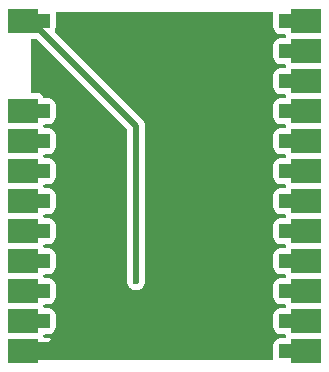
<source format=gbr>
%TF.GenerationSoftware,KiCad,Pcbnew,9.0.1+dfsg-1*%
%TF.CreationDate,2025-05-01T10:59:25+02:00*%
%TF.ProjectId,bluetooth,626c7565-746f-46f7-9468-2e6b69636164,rev?*%
%TF.SameCoordinates,Original*%
%TF.FileFunction,Copper,L2,Bot*%
%TF.FilePolarity,Positive*%
%FSLAX46Y46*%
G04 Gerber Fmt 4.6, Leading zero omitted, Abs format (unit mm)*
G04 Created by KiCad (PCBNEW 9.0.1+dfsg-1) date 2025-05-01 10:59:25*
%MOMM*%
%LPD*%
G01*
G04 APERTURE LIST*
G04 Aperture macros list*
%AMRoundRect*
0 Rectangle with rounded corners*
0 $1 Rounding radius*
0 $2 $3 $4 $5 $6 $7 $8 $9 X,Y pos of 4 corners*
0 Add a 4 corners polygon primitive as box body*
4,1,4,$2,$3,$4,$5,$6,$7,$8,$9,$2,$3,0*
0 Add four circle primitives for the rounded corners*
1,1,$1+$1,$2,$3*
1,1,$1+$1,$4,$5*
1,1,$1+$1,$6,$7*
1,1,$1+$1,$8,$9*
0 Add four rect primitives between the rounded corners*
20,1,$1+$1,$2,$3,$4,$5,0*
20,1,$1+$1,$4,$5,$6,$7,0*
20,1,$1+$1,$6,$7,$8,$9,0*
20,1,$1+$1,$8,$9,$2,$3,0*%
G04 Aperture macros list end*
%TA.AperFunction,CastellatedPad*%
%ADD10R,2.540000X2.000000*%
%TD*%
%TA.AperFunction,ComponentPad*%
%ADD11RoundRect,0.250000X0.375000X0.375000X-0.375000X0.375000X-0.375000X-0.375000X0.375000X-0.375000X0*%
%TD*%
%TA.AperFunction,ViaPad*%
%ADD12C,0.600000*%
%TD*%
%TA.AperFunction,Conductor*%
%ADD13C,1.500000*%
%TD*%
%TA.AperFunction,Conductor*%
%ADD14C,0.500000*%
%TD*%
G04 APERTURE END LIST*
D10*
%TO.P,M1,1,VCC*%
%TO.N,VCC_3V3*%
X96969000Y-57658000D03*
D11*
X98669000Y-57658000D03*
D10*
%TO.P,M1,4*%
%TO.N,DR1*%
X96969000Y-65278000D03*
D11*
X98669000Y-65278000D03*
D10*
%TO.P,M1,5*%
%TO.N,RFS1*%
X96969000Y-67818000D03*
D11*
X98669000Y-67818000D03*
D10*
%TO.P,M1,6*%
%TO.N,SCLK1*%
X96969000Y-70358000D03*
D11*
X98669000Y-70358000D03*
D10*
%TO.P,M1,7*%
%TO.N,DT1*%
X96969000Y-72898000D03*
D11*
X98669000Y-72898000D03*
D10*
%TO.P,M1,8*%
%TO.N,MCLK1*%
X96969000Y-75438000D03*
D11*
X98669000Y-75438000D03*
D10*
%TO.P,M1,9*%
%TO.N,MFB*%
X96969000Y-77978000D03*
D11*
X98669000Y-77978000D03*
D10*
%TO.P,M1,10*%
%TO.N,TEMP1*%
X96969000Y-80518000D03*
D11*
X98669000Y-80518000D03*
D10*
%TO.P,M1,11*%
%TO.N,TEMP2*%
X96969000Y-83058000D03*
D11*
X98669000Y-83058000D03*
D10*
%TO.P,M1,12,GND*%
%TO.N,GND*%
X96969000Y-85598000D03*
D11*
X98669000Y-85598000D03*
%TO.P,M1,13*%
%TO.N,UART_TX_IND*%
X119269000Y-57658000D03*
D10*
X120969000Y-57658000D03*
D11*
%TO.P,M1,14*%
%TO.N,UART_CTS*%
X119269000Y-60198000D03*
D10*
X120969000Y-60198000D03*
D11*
%TO.P,M1,15*%
%TO.N,SDA*%
X119269000Y-62738000D03*
D10*
X120969000Y-62738000D03*
D11*
%TO.P,M1,16*%
%TO.N,SCL*%
X119269000Y-65278000D03*
D10*
X120969000Y-65278000D03*
D11*
%TO.P,M1,17*%
%TO.N,{slash}RESET*%
X119269000Y-67818000D03*
D10*
X120969000Y-67818000D03*
D11*
%TO.P,M1,18*%
%TO.N,GPIO_P2_3*%
X119269000Y-70358000D03*
D10*
X120969000Y-70358000D03*
D11*
%TO.P,M1,19*%
%TO.N,PWM*%
X119269000Y-72898000D03*
D10*
X120969000Y-72898000D03*
D11*
%TO.P,M1,20*%
%TO.N,LED2*%
X119269000Y-75438000D03*
D10*
X120969000Y-75438000D03*
D11*
%TO.P,M1,21*%
%TO.N,LED1*%
X119269000Y-77978000D03*
D10*
X120969000Y-77978000D03*
D11*
%TO.P,M1,22*%
%TO.N,UART_RTS*%
X119269000Y-80518000D03*
D10*
X120969000Y-80518000D03*
D11*
%TO.P,M1,23*%
%TO.N,UART_TXD*%
X119269000Y-83058000D03*
D10*
X120969000Y-83058000D03*
D11*
%TO.P,M1,24*%
%TO.N,UART_RXD*%
X119269000Y-85598000D03*
D10*
X120969000Y-85598000D03*
%TD*%
D12*
%TO.N,GND*%
X103540000Y-61430000D03*
X115100000Y-59580000D03*
X100510000Y-73710000D03*
X107030000Y-81930000D03*
X103540000Y-60500000D03*
X114820000Y-65570000D03*
X111820000Y-76500000D03*
X109710000Y-76540000D03*
X113852000Y-68011000D03*
X101550000Y-81980000D03*
X114530000Y-83060000D03*
X104370000Y-85470000D03*
X103520000Y-57720000D03*
X114980000Y-76520000D03*
X100685000Y-84735000D03*
X103180000Y-81980000D03*
X114750000Y-73550000D03*
X116980000Y-80910000D03*
X103520000Y-72530000D03*
X112660000Y-81780000D03*
X115100000Y-61550000D03*
X105970000Y-57870000D03*
X117602000Y-57531000D03*
X103450000Y-76250000D03*
X115100000Y-60590000D03*
X107650000Y-76530000D03*
X114910000Y-75310000D03*
X115090000Y-58580000D03*
X114840000Y-66390000D03*
X103460000Y-67610000D03*
X112700000Y-76560000D03*
X115100000Y-64590000D03*
X114560000Y-85500000D03*
X110750000Y-76540000D03*
X111070000Y-82920000D03*
X103540000Y-59440000D03*
X113720000Y-76490000D03*
%TO.N,VCC_3V3*%
X106553000Y-79629000D03*
%TD*%
D13*
%TO.N,GND*%
X97699000Y-85568000D02*
X99852000Y-85568000D01*
X97669000Y-85598000D02*
X97699000Y-85568000D01*
X100685000Y-84735000D02*
X100711000Y-84709000D01*
X99852000Y-85568000D02*
X100685000Y-84735000D01*
D14*
%TO.N,VCC_3V3*%
X106553000Y-79629000D02*
X106553000Y-66542000D01*
X106553000Y-66542000D02*
X97669000Y-57658000D01*
%TD*%
%TA.AperFunction,Conductor*%
%TO.N,GND*%
G36*
X118129413Y-56908185D02*
G01*
X118175168Y-56960989D01*
X118185112Y-57030147D01*
X118180081Y-57051496D01*
X118166880Y-57091335D01*
X118154000Y-57130204D01*
X118143500Y-57232983D01*
X118143500Y-58083001D01*
X118143501Y-58083019D01*
X118154000Y-58185796D01*
X118154001Y-58185799D01*
X118209185Y-58352331D01*
X118209186Y-58352334D01*
X118301288Y-58501656D01*
X118425344Y-58625712D01*
X118574666Y-58717814D01*
X118741203Y-58772999D01*
X118843991Y-58783500D01*
X119125533Y-58783499D01*
X119146779Y-58789737D01*
X119168862Y-58791316D01*
X119179644Y-58799387D01*
X119192572Y-58803183D01*
X119207073Y-58819918D01*
X119224797Y-58833185D01*
X119235412Y-58852623D01*
X119238327Y-58855987D01*
X119241713Y-58864161D01*
X119249360Y-58884662D01*
X119254347Y-58954352D01*
X119249361Y-58971335D01*
X119241714Y-58991836D01*
X119199841Y-59047769D01*
X119134376Y-59072184D01*
X119125533Y-59072500D01*
X118843999Y-59072500D01*
X118843980Y-59072501D01*
X118741203Y-59083000D01*
X118741200Y-59083001D01*
X118574668Y-59138185D01*
X118574663Y-59138187D01*
X118425342Y-59230289D01*
X118301289Y-59354342D01*
X118209187Y-59503663D01*
X118209186Y-59503666D01*
X118154001Y-59670203D01*
X118154001Y-59670204D01*
X118154000Y-59670204D01*
X118143500Y-59772983D01*
X118143500Y-60623001D01*
X118143501Y-60623019D01*
X118154000Y-60725796D01*
X118154001Y-60725799D01*
X118209185Y-60892331D01*
X118209186Y-60892334D01*
X118301288Y-61041656D01*
X118425344Y-61165712D01*
X118574666Y-61257814D01*
X118741203Y-61312999D01*
X118843991Y-61323500D01*
X119125533Y-61323499D01*
X119146779Y-61329737D01*
X119168862Y-61331316D01*
X119179644Y-61339387D01*
X119192572Y-61343183D01*
X119207073Y-61359918D01*
X119224797Y-61373185D01*
X119235412Y-61392623D01*
X119238327Y-61395987D01*
X119241713Y-61404161D01*
X119249360Y-61424662D01*
X119254347Y-61494352D01*
X119249361Y-61511335D01*
X119241714Y-61531836D01*
X119199841Y-61587769D01*
X119134376Y-61612184D01*
X119125533Y-61612500D01*
X118843999Y-61612500D01*
X118843980Y-61612501D01*
X118741203Y-61623000D01*
X118741200Y-61623001D01*
X118574668Y-61678185D01*
X118574663Y-61678187D01*
X118425342Y-61770289D01*
X118301289Y-61894342D01*
X118209187Y-62043663D01*
X118209186Y-62043666D01*
X118154001Y-62210203D01*
X118154001Y-62210204D01*
X118154000Y-62210204D01*
X118143500Y-62312983D01*
X118143500Y-63163001D01*
X118143501Y-63163019D01*
X118154000Y-63265796D01*
X118154001Y-63265799D01*
X118209185Y-63432331D01*
X118209186Y-63432334D01*
X118301288Y-63581656D01*
X118425344Y-63705712D01*
X118574666Y-63797814D01*
X118741203Y-63852999D01*
X118843991Y-63863500D01*
X119125533Y-63863499D01*
X119146779Y-63869737D01*
X119168862Y-63871316D01*
X119179644Y-63879387D01*
X119192572Y-63883183D01*
X119207073Y-63899918D01*
X119224797Y-63913185D01*
X119235412Y-63932623D01*
X119238327Y-63935987D01*
X119241713Y-63944161D01*
X119249360Y-63964662D01*
X119254347Y-64034352D01*
X119249361Y-64051335D01*
X119241714Y-64071836D01*
X119199841Y-64127769D01*
X119134376Y-64152184D01*
X119125533Y-64152500D01*
X118843999Y-64152500D01*
X118843980Y-64152501D01*
X118741203Y-64163000D01*
X118741200Y-64163001D01*
X118574668Y-64218185D01*
X118574663Y-64218187D01*
X118425342Y-64310289D01*
X118301289Y-64434342D01*
X118209187Y-64583663D01*
X118209186Y-64583666D01*
X118154001Y-64750203D01*
X118154001Y-64750204D01*
X118154000Y-64750204D01*
X118143500Y-64852983D01*
X118143500Y-65703001D01*
X118143501Y-65703019D01*
X118154000Y-65805796D01*
X118154001Y-65805799D01*
X118204784Y-65959049D01*
X118209186Y-65972334D01*
X118301288Y-66121656D01*
X118425344Y-66245712D01*
X118574666Y-66337814D01*
X118741203Y-66392999D01*
X118843991Y-66403500D01*
X119125533Y-66403499D01*
X119146779Y-66409737D01*
X119168862Y-66411316D01*
X119179644Y-66419387D01*
X119192572Y-66423183D01*
X119207073Y-66439918D01*
X119224797Y-66453185D01*
X119235412Y-66472623D01*
X119238327Y-66475987D01*
X119241713Y-66484161D01*
X119249360Y-66504662D01*
X119254347Y-66574352D01*
X119249361Y-66591335D01*
X119241714Y-66611836D01*
X119199841Y-66667769D01*
X119134376Y-66692184D01*
X119125533Y-66692500D01*
X118843999Y-66692500D01*
X118843980Y-66692501D01*
X118741203Y-66703000D01*
X118741200Y-66703001D01*
X118574668Y-66758185D01*
X118574663Y-66758187D01*
X118425342Y-66850289D01*
X118301289Y-66974342D01*
X118209187Y-67123663D01*
X118209186Y-67123666D01*
X118154001Y-67290203D01*
X118154001Y-67290204D01*
X118154000Y-67290204D01*
X118143500Y-67392983D01*
X118143500Y-68243001D01*
X118143501Y-68243019D01*
X118154000Y-68345796D01*
X118154001Y-68345799D01*
X118209185Y-68512331D01*
X118209186Y-68512334D01*
X118301288Y-68661656D01*
X118425344Y-68785712D01*
X118574666Y-68877814D01*
X118741203Y-68932999D01*
X118843991Y-68943500D01*
X119125533Y-68943499D01*
X119146779Y-68949737D01*
X119168862Y-68951316D01*
X119179644Y-68959387D01*
X119192572Y-68963183D01*
X119207073Y-68979918D01*
X119224797Y-68993185D01*
X119235412Y-69012623D01*
X119238327Y-69015987D01*
X119241713Y-69024161D01*
X119249360Y-69044662D01*
X119254347Y-69114352D01*
X119249361Y-69131335D01*
X119241714Y-69151836D01*
X119199841Y-69207769D01*
X119134376Y-69232184D01*
X119125533Y-69232500D01*
X118843999Y-69232500D01*
X118843980Y-69232501D01*
X118741203Y-69243000D01*
X118741200Y-69243001D01*
X118574668Y-69298185D01*
X118574663Y-69298187D01*
X118425342Y-69390289D01*
X118301289Y-69514342D01*
X118209187Y-69663663D01*
X118209186Y-69663666D01*
X118154001Y-69830203D01*
X118154001Y-69830204D01*
X118154000Y-69830204D01*
X118143500Y-69932983D01*
X118143500Y-70783001D01*
X118143501Y-70783019D01*
X118154000Y-70885796D01*
X118154001Y-70885799D01*
X118209185Y-71052331D01*
X118209186Y-71052334D01*
X118301288Y-71201656D01*
X118425344Y-71325712D01*
X118574666Y-71417814D01*
X118741203Y-71472999D01*
X118843991Y-71483500D01*
X119125533Y-71483499D01*
X119146779Y-71489737D01*
X119168862Y-71491316D01*
X119179644Y-71499387D01*
X119192572Y-71503183D01*
X119207073Y-71519918D01*
X119224797Y-71533185D01*
X119235412Y-71552623D01*
X119238327Y-71555987D01*
X119241713Y-71564161D01*
X119249360Y-71584662D01*
X119254347Y-71654352D01*
X119249361Y-71671335D01*
X119241714Y-71691836D01*
X119199841Y-71747769D01*
X119134376Y-71772184D01*
X119125533Y-71772500D01*
X118843999Y-71772500D01*
X118843980Y-71772501D01*
X118741203Y-71783000D01*
X118741200Y-71783001D01*
X118574668Y-71838185D01*
X118574663Y-71838187D01*
X118425342Y-71930289D01*
X118301289Y-72054342D01*
X118209187Y-72203663D01*
X118209186Y-72203666D01*
X118154001Y-72370203D01*
X118154001Y-72370204D01*
X118154000Y-72370204D01*
X118143500Y-72472983D01*
X118143500Y-73323001D01*
X118143501Y-73323019D01*
X118154000Y-73425796D01*
X118154001Y-73425799D01*
X118209185Y-73592331D01*
X118209186Y-73592334D01*
X118301288Y-73741656D01*
X118425344Y-73865712D01*
X118574666Y-73957814D01*
X118741203Y-74012999D01*
X118843991Y-74023500D01*
X119125533Y-74023499D01*
X119146779Y-74029737D01*
X119168862Y-74031316D01*
X119179644Y-74039387D01*
X119192572Y-74043183D01*
X119207073Y-74059918D01*
X119224797Y-74073185D01*
X119235412Y-74092623D01*
X119238327Y-74095987D01*
X119241713Y-74104161D01*
X119249360Y-74124662D01*
X119254347Y-74194352D01*
X119249361Y-74211335D01*
X119241714Y-74231836D01*
X119199841Y-74287769D01*
X119134376Y-74312184D01*
X119125533Y-74312500D01*
X118843999Y-74312500D01*
X118843980Y-74312501D01*
X118741203Y-74323000D01*
X118741200Y-74323001D01*
X118574668Y-74378185D01*
X118574663Y-74378187D01*
X118425342Y-74470289D01*
X118301289Y-74594342D01*
X118209187Y-74743663D01*
X118209186Y-74743666D01*
X118154001Y-74910203D01*
X118154001Y-74910204D01*
X118154000Y-74910204D01*
X118143500Y-75012983D01*
X118143500Y-75863001D01*
X118143501Y-75863019D01*
X118154000Y-75965796D01*
X118154001Y-75965799D01*
X118209185Y-76132331D01*
X118209186Y-76132334D01*
X118301288Y-76281656D01*
X118425344Y-76405712D01*
X118574666Y-76497814D01*
X118741203Y-76552999D01*
X118843991Y-76563500D01*
X119125533Y-76563499D01*
X119146779Y-76569737D01*
X119168862Y-76571316D01*
X119179644Y-76579387D01*
X119192572Y-76583183D01*
X119207073Y-76599918D01*
X119224797Y-76613185D01*
X119235412Y-76632623D01*
X119238327Y-76635987D01*
X119241713Y-76644161D01*
X119249360Y-76664662D01*
X119254347Y-76734352D01*
X119249361Y-76751335D01*
X119241714Y-76771836D01*
X119199841Y-76827769D01*
X119134376Y-76852184D01*
X119125533Y-76852500D01*
X118843999Y-76852500D01*
X118843980Y-76852501D01*
X118741203Y-76863000D01*
X118741200Y-76863001D01*
X118574668Y-76918185D01*
X118574663Y-76918187D01*
X118425342Y-77010289D01*
X118301289Y-77134342D01*
X118209187Y-77283663D01*
X118209186Y-77283666D01*
X118154001Y-77450203D01*
X118154001Y-77450204D01*
X118154000Y-77450204D01*
X118143500Y-77552983D01*
X118143500Y-78403001D01*
X118143501Y-78403019D01*
X118154000Y-78505796D01*
X118154001Y-78505799D01*
X118209185Y-78672331D01*
X118209186Y-78672334D01*
X118301288Y-78821656D01*
X118425344Y-78945712D01*
X118574666Y-79037814D01*
X118741203Y-79092999D01*
X118843991Y-79103500D01*
X119125533Y-79103499D01*
X119146779Y-79109737D01*
X119168862Y-79111316D01*
X119179644Y-79119387D01*
X119192572Y-79123183D01*
X119207073Y-79139918D01*
X119224797Y-79153185D01*
X119235412Y-79172623D01*
X119238327Y-79175987D01*
X119241713Y-79184161D01*
X119249360Y-79204662D01*
X119254347Y-79274352D01*
X119249361Y-79291335D01*
X119241714Y-79311836D01*
X119199841Y-79367769D01*
X119134376Y-79392184D01*
X119125533Y-79392500D01*
X118843999Y-79392500D01*
X118843980Y-79392501D01*
X118741203Y-79403000D01*
X118741200Y-79403001D01*
X118574668Y-79458185D01*
X118574663Y-79458187D01*
X118425342Y-79550289D01*
X118301289Y-79674342D01*
X118209187Y-79823663D01*
X118209185Y-79823668D01*
X118196317Y-79862501D01*
X118154001Y-79990203D01*
X118154001Y-79990204D01*
X118154000Y-79990204D01*
X118143500Y-80092983D01*
X118143500Y-80943001D01*
X118143501Y-80943019D01*
X118154000Y-81045796D01*
X118154001Y-81045799D01*
X118209185Y-81212331D01*
X118209186Y-81212334D01*
X118301288Y-81361656D01*
X118425344Y-81485712D01*
X118574666Y-81577814D01*
X118741203Y-81632999D01*
X118843991Y-81643500D01*
X119125533Y-81643499D01*
X119146779Y-81649737D01*
X119168862Y-81651316D01*
X119179644Y-81659387D01*
X119192572Y-81663183D01*
X119207073Y-81679918D01*
X119224797Y-81693185D01*
X119235412Y-81712623D01*
X119238327Y-81715987D01*
X119241713Y-81724161D01*
X119249360Y-81744662D01*
X119254347Y-81814352D01*
X119249361Y-81831335D01*
X119241714Y-81851836D01*
X119199841Y-81907769D01*
X119134376Y-81932184D01*
X119125533Y-81932500D01*
X118843999Y-81932500D01*
X118843980Y-81932501D01*
X118741203Y-81943000D01*
X118741200Y-81943001D01*
X118574668Y-81998185D01*
X118574663Y-81998187D01*
X118425342Y-82090289D01*
X118301289Y-82214342D01*
X118209187Y-82363663D01*
X118209186Y-82363666D01*
X118154001Y-82530203D01*
X118154001Y-82530204D01*
X118154000Y-82530204D01*
X118143500Y-82632983D01*
X118143500Y-83483001D01*
X118143501Y-83483019D01*
X118154000Y-83585796D01*
X118154001Y-83585799D01*
X118209185Y-83752331D01*
X118209186Y-83752334D01*
X118301288Y-83901656D01*
X118425344Y-84025712D01*
X118574666Y-84117814D01*
X118741203Y-84172999D01*
X118843991Y-84183500D01*
X119125533Y-84183499D01*
X119146779Y-84189737D01*
X119168862Y-84191316D01*
X119179644Y-84199387D01*
X119192572Y-84203183D01*
X119207073Y-84219918D01*
X119224797Y-84233185D01*
X119235412Y-84252623D01*
X119238327Y-84255987D01*
X119241713Y-84264161D01*
X119249360Y-84284662D01*
X119254347Y-84354352D01*
X119249361Y-84371335D01*
X119241714Y-84391836D01*
X119199841Y-84447769D01*
X119134376Y-84472184D01*
X119125533Y-84472500D01*
X118843999Y-84472500D01*
X118843980Y-84472501D01*
X118741203Y-84483000D01*
X118741200Y-84483001D01*
X118574668Y-84538185D01*
X118574663Y-84538187D01*
X118425342Y-84630289D01*
X118301289Y-84754342D01*
X118209187Y-84903663D01*
X118209185Y-84903668D01*
X118181349Y-84987670D01*
X118154001Y-85070203D01*
X118154001Y-85070204D01*
X118154000Y-85070204D01*
X118143500Y-85172983D01*
X118143500Y-86023001D01*
X118143501Y-86023019D01*
X118154000Y-86125796D01*
X118154001Y-86125799D01*
X118180079Y-86204496D01*
X118182481Y-86274324D01*
X118146749Y-86334366D01*
X118084229Y-86365559D01*
X118062373Y-86367500D01*
X99875100Y-86367500D01*
X99808061Y-86347815D01*
X99762306Y-86295011D01*
X99752362Y-86225853D01*
X99757394Y-86204496D01*
X99783505Y-86125697D01*
X99783506Y-86125690D01*
X99793999Y-86022986D01*
X99793999Y-85173028D01*
X99793998Y-85173012D01*
X99783505Y-85070302D01*
X99728357Y-84903875D01*
X99723900Y-84896650D01*
X99044000Y-85576550D01*
X99044000Y-85548630D01*
X99018444Y-85453255D01*
X98969075Y-85367745D01*
X98899255Y-85297925D01*
X98813745Y-85248556D01*
X98718370Y-85223000D01*
X98690446Y-85223000D01*
X99370347Y-84543099D01*
X99363124Y-84538643D01*
X99363119Y-84538641D01*
X99196697Y-84483494D01*
X99196690Y-84483493D01*
X99093986Y-84473000D01*
X98812120Y-84473000D01*
X98790875Y-84466761D01*
X98768790Y-84465183D01*
X98758005Y-84457109D01*
X98745081Y-84453315D01*
X98730582Y-84436582D01*
X98712855Y-84423313D01*
X98702239Y-84403873D01*
X98699326Y-84400511D01*
X98695940Y-84392337D01*
X98688373Y-84372051D01*
X98683386Y-84302360D01*
X98688369Y-84285387D01*
X98696285Y-84264163D01*
X98738156Y-84208231D01*
X98803621Y-84183815D01*
X98812466Y-84183499D01*
X99094002Y-84183499D01*
X99094008Y-84183499D01*
X99196797Y-84172999D01*
X99363334Y-84117814D01*
X99512656Y-84025712D01*
X99636712Y-83901656D01*
X99728814Y-83752334D01*
X99783999Y-83585797D01*
X99794500Y-83483009D01*
X99794499Y-82632992D01*
X99783999Y-82530203D01*
X99728814Y-82363666D01*
X99636712Y-82214344D01*
X99512656Y-82090288D01*
X99363334Y-81998186D01*
X99196797Y-81943001D01*
X99196795Y-81943000D01*
X99094016Y-81932500D01*
X99094009Y-81932500D01*
X98812466Y-81932500D01*
X98791220Y-81926261D01*
X98769132Y-81924682D01*
X98758348Y-81916609D01*
X98745427Y-81912815D01*
X98730927Y-81896081D01*
X98713199Y-81882810D01*
X98702585Y-81863373D01*
X98699672Y-81860011D01*
X98696284Y-81851833D01*
X98688638Y-81831333D01*
X98683654Y-81761641D01*
X98688639Y-81744664D01*
X98696286Y-81724163D01*
X98738159Y-81668230D01*
X98803624Y-81643815D01*
X98812467Y-81643499D01*
X99094002Y-81643499D01*
X99094008Y-81643499D01*
X99196797Y-81632999D01*
X99363334Y-81577814D01*
X99512656Y-81485712D01*
X99636712Y-81361656D01*
X99728814Y-81212334D01*
X99783999Y-81045797D01*
X99794500Y-80943009D01*
X99794499Y-80092992D01*
X99783999Y-79990203D01*
X99728814Y-79823666D01*
X99636712Y-79674344D01*
X99512656Y-79550288D01*
X99363334Y-79458186D01*
X99196797Y-79403001D01*
X99196795Y-79403000D01*
X99094016Y-79392500D01*
X99094009Y-79392500D01*
X98812466Y-79392500D01*
X98791220Y-79386261D01*
X98769132Y-79384682D01*
X98758348Y-79376609D01*
X98745427Y-79372815D01*
X98730927Y-79356081D01*
X98713199Y-79342810D01*
X98702585Y-79323373D01*
X98699672Y-79320011D01*
X98696284Y-79311833D01*
X98688638Y-79291333D01*
X98683654Y-79221641D01*
X98688639Y-79204664D01*
X98696286Y-79184163D01*
X98738159Y-79128230D01*
X98803624Y-79103815D01*
X98812467Y-79103499D01*
X99094002Y-79103499D01*
X99094008Y-79103499D01*
X99196797Y-79092999D01*
X99363334Y-79037814D01*
X99512656Y-78945712D01*
X99636712Y-78821656D01*
X99728814Y-78672334D01*
X99783999Y-78505797D01*
X99794500Y-78403009D01*
X99794499Y-77552992D01*
X99783999Y-77450203D01*
X99728814Y-77283666D01*
X99636712Y-77134344D01*
X99512656Y-77010288D01*
X99363334Y-76918186D01*
X99196797Y-76863001D01*
X99196795Y-76863000D01*
X99094016Y-76852500D01*
X99094009Y-76852500D01*
X98812466Y-76852500D01*
X98791220Y-76846261D01*
X98769132Y-76844682D01*
X98758348Y-76836609D01*
X98745427Y-76832815D01*
X98730927Y-76816081D01*
X98713199Y-76802810D01*
X98702585Y-76783373D01*
X98699672Y-76780011D01*
X98696284Y-76771833D01*
X98688638Y-76751333D01*
X98683654Y-76681641D01*
X98688639Y-76664664D01*
X98696286Y-76644163D01*
X98738159Y-76588230D01*
X98803624Y-76563815D01*
X98812467Y-76563499D01*
X99094002Y-76563499D01*
X99094008Y-76563499D01*
X99196797Y-76552999D01*
X99363334Y-76497814D01*
X99512656Y-76405712D01*
X99636712Y-76281656D01*
X99728814Y-76132334D01*
X99783999Y-75965797D01*
X99794500Y-75863009D01*
X99794499Y-75012992D01*
X99783999Y-74910203D01*
X99728814Y-74743666D01*
X99636712Y-74594344D01*
X99512656Y-74470288D01*
X99363334Y-74378186D01*
X99196797Y-74323001D01*
X99196795Y-74323000D01*
X99094016Y-74312500D01*
X99094009Y-74312500D01*
X98812466Y-74312500D01*
X98791220Y-74306261D01*
X98769132Y-74304682D01*
X98758348Y-74296609D01*
X98745427Y-74292815D01*
X98730927Y-74276081D01*
X98713199Y-74262810D01*
X98702585Y-74243373D01*
X98699672Y-74240011D01*
X98696284Y-74231833D01*
X98688638Y-74211333D01*
X98683654Y-74141641D01*
X98688639Y-74124664D01*
X98696286Y-74104163D01*
X98738159Y-74048230D01*
X98803624Y-74023815D01*
X98812467Y-74023499D01*
X99094002Y-74023499D01*
X99094008Y-74023499D01*
X99196797Y-74012999D01*
X99363334Y-73957814D01*
X99512656Y-73865712D01*
X99636712Y-73741656D01*
X99728814Y-73592334D01*
X99783999Y-73425797D01*
X99794500Y-73323009D01*
X99794499Y-72472992D01*
X99783999Y-72370203D01*
X99728814Y-72203666D01*
X99636712Y-72054344D01*
X99512656Y-71930288D01*
X99363334Y-71838186D01*
X99196797Y-71783001D01*
X99196795Y-71783000D01*
X99094016Y-71772500D01*
X99094009Y-71772500D01*
X98812466Y-71772500D01*
X98791220Y-71766261D01*
X98769132Y-71764682D01*
X98758348Y-71756609D01*
X98745427Y-71752815D01*
X98730927Y-71736081D01*
X98713199Y-71722810D01*
X98702585Y-71703373D01*
X98699672Y-71700011D01*
X98696284Y-71691833D01*
X98688638Y-71671333D01*
X98683654Y-71601641D01*
X98688639Y-71584664D01*
X98696286Y-71564163D01*
X98738159Y-71508230D01*
X98803624Y-71483815D01*
X98812467Y-71483499D01*
X99094002Y-71483499D01*
X99094008Y-71483499D01*
X99196797Y-71472999D01*
X99363334Y-71417814D01*
X99512656Y-71325712D01*
X99636712Y-71201656D01*
X99728814Y-71052334D01*
X99783999Y-70885797D01*
X99794500Y-70783009D01*
X99794499Y-69932992D01*
X99783999Y-69830203D01*
X99728814Y-69663666D01*
X99636712Y-69514344D01*
X99512656Y-69390288D01*
X99363334Y-69298186D01*
X99196797Y-69243001D01*
X99196795Y-69243000D01*
X99094016Y-69232500D01*
X99094009Y-69232500D01*
X98812466Y-69232500D01*
X98791220Y-69226261D01*
X98769132Y-69224682D01*
X98758348Y-69216609D01*
X98745427Y-69212815D01*
X98730927Y-69196081D01*
X98713199Y-69182810D01*
X98702585Y-69163373D01*
X98699672Y-69160011D01*
X98696284Y-69151833D01*
X98688638Y-69131333D01*
X98683654Y-69061641D01*
X98688639Y-69044664D01*
X98696286Y-69024163D01*
X98738159Y-68968230D01*
X98803624Y-68943815D01*
X98812467Y-68943499D01*
X99094002Y-68943499D01*
X99094008Y-68943499D01*
X99196797Y-68932999D01*
X99363334Y-68877814D01*
X99512656Y-68785712D01*
X99636712Y-68661656D01*
X99728814Y-68512334D01*
X99783999Y-68345797D01*
X99794500Y-68243009D01*
X99794499Y-67392992D01*
X99783999Y-67290203D01*
X99728814Y-67123666D01*
X99636712Y-66974344D01*
X99512656Y-66850288D01*
X99363334Y-66758186D01*
X99196797Y-66703001D01*
X99196795Y-66703000D01*
X99094016Y-66692500D01*
X99094009Y-66692500D01*
X98812466Y-66692500D01*
X98791220Y-66686261D01*
X98769132Y-66684682D01*
X98758348Y-66676609D01*
X98745427Y-66672815D01*
X98730927Y-66656081D01*
X98713199Y-66642810D01*
X98702585Y-66623373D01*
X98699672Y-66620011D01*
X98696284Y-66611833D01*
X98688638Y-66591333D01*
X98683654Y-66521641D01*
X98688639Y-66504664D01*
X98696286Y-66484163D01*
X98738159Y-66428230D01*
X98803624Y-66403815D01*
X98812467Y-66403499D01*
X99094002Y-66403499D01*
X99094008Y-66403499D01*
X99196797Y-66392999D01*
X99363334Y-66337814D01*
X99512656Y-66245712D01*
X99636712Y-66121656D01*
X99728814Y-65972334D01*
X99783999Y-65805797D01*
X99794500Y-65703009D01*
X99794499Y-64852992D01*
X99783999Y-64750203D01*
X99728814Y-64583666D01*
X99636712Y-64434344D01*
X99512656Y-64310288D01*
X99363334Y-64218186D01*
X99196797Y-64163001D01*
X99196795Y-64163000D01*
X99094016Y-64152500D01*
X99094009Y-64152500D01*
X98812467Y-64152500D01*
X98745428Y-64132815D01*
X98699673Y-64080011D01*
X98696285Y-64071834D01*
X98682796Y-64035669D01*
X98682793Y-64035664D01*
X98596547Y-63920455D01*
X98596544Y-63920452D01*
X98481335Y-63834206D01*
X98481328Y-63834202D01*
X98346482Y-63783908D01*
X98346483Y-63783908D01*
X98286883Y-63777501D01*
X98286881Y-63777500D01*
X98286873Y-63777500D01*
X98286865Y-63777500D01*
X97793000Y-63777500D01*
X97725961Y-63757815D01*
X97680206Y-63705011D01*
X97669000Y-63653500D01*
X97669000Y-59282499D01*
X97688685Y-59215460D01*
X97741489Y-59169705D01*
X97792999Y-59158499D01*
X98056769Y-59158499D01*
X98123808Y-59178184D01*
X98144450Y-59194818D01*
X105766181Y-66816548D01*
X105799666Y-66877871D01*
X105802500Y-66904229D01*
X105802500Y-79324396D01*
X105793062Y-79371844D01*
X105783263Y-79395503D01*
X105783262Y-79395506D01*
X105783260Y-79395511D01*
X105752500Y-79550153D01*
X105752500Y-79707846D01*
X105783261Y-79862489D01*
X105783264Y-79862501D01*
X105843602Y-80008172D01*
X105843609Y-80008185D01*
X105931210Y-80139288D01*
X105931213Y-80139292D01*
X106042707Y-80250786D01*
X106042711Y-80250789D01*
X106173814Y-80338390D01*
X106173827Y-80338397D01*
X106319498Y-80398735D01*
X106319503Y-80398737D01*
X106474153Y-80429499D01*
X106474156Y-80429500D01*
X106474158Y-80429500D01*
X106631844Y-80429500D01*
X106631845Y-80429499D01*
X106786497Y-80398737D01*
X106932179Y-80338394D01*
X107063289Y-80250789D01*
X107174789Y-80139289D01*
X107262394Y-80008179D01*
X107322737Y-79862497D01*
X107353500Y-79707842D01*
X107353500Y-79550158D01*
X107353500Y-79550155D01*
X107353499Y-79550153D01*
X107322739Y-79395511D01*
X107322738Y-79395508D01*
X107322737Y-79395503D01*
X107312937Y-79371844D01*
X107303500Y-79324396D01*
X107303500Y-66468079D01*
X107274659Y-66323092D01*
X107274658Y-66323091D01*
X107274658Y-66323087D01*
X107274656Y-66323082D01*
X107218087Y-66186511D01*
X107218080Y-66186498D01*
X107135952Y-66063585D01*
X107135951Y-66063584D01*
X107031416Y-65959049D01*
X99682125Y-58609758D01*
X99648640Y-58548435D01*
X99653624Y-58478743D01*
X99664262Y-58456989D01*
X99728814Y-58352334D01*
X99783999Y-58185797D01*
X99794500Y-58083009D01*
X99794499Y-57232992D01*
X99783999Y-57130203D01*
X99757921Y-57051504D01*
X99755519Y-56981676D01*
X99791251Y-56921634D01*
X99853771Y-56890441D01*
X99875627Y-56888500D01*
X118062374Y-56888500D01*
X118129413Y-56908185D01*
G37*
%TD.AperFunction*%
%TD*%
M02*

</source>
